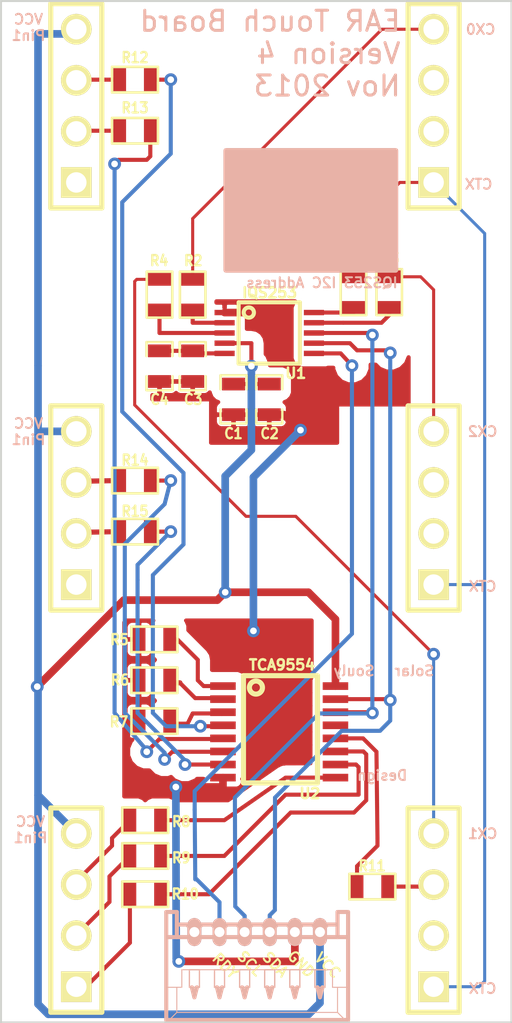
<source format=kicad_pcb>
(kicad_pcb (version 3) (host pcbnew "(2013-07-07 BZR 4022)-stable")
  (layers (15 F.Cu signal) (0 B.Cu signal) (18 B.Paste user) (19 F.Paste user) (20 B.SilkS user) (21 F.SilkS user) (22 B.Mask user) (23 F.Mask user) (28 Edge.Cuts user))
  (net 0 "")
  (net 1 /Button1LED1)
  (net 2 /Button1LED2)
  (net 3 /Button2LED1)
  (net 4 /Button2LED2)
  (net 5 /Button3LED1)
  (net 6 /Button3LED2)
  (net 7 /Button3LED3)
  (net 8 /Button3LED4)
  (net 9 /CTX)
  (net 10 /CX0)
  (net 11 /CX1)
  (net 12 /CX2)
  (net 13 /RDY/ND)
  (net 14 /SCL)
  (net 15 /SDA)
  (net 16 GND)
  (net 17 "Net-(C3-Pad1)")
  (net 18 "Net-(R1-Pad2)")
  (net 19 "Net-(R10-Pad2)")
  (net 20 "Net-(R11-Pad2)")
  (net 21 "Net-(R12-Pad2)")
  (net 22 "Net-(R13-Pad2)")
  (net 23 "Net-(R14-Pad2)")
  (net 24 "Net-(R15-Pad2)")
  (net 25 "Net-(R2-Pad1)")
  (net 26 "Net-(R3-Pad2)")
  (net 27 "Net-(R4-Pad1)")
  (net 28 "Net-(R5-Pad2)")
  (net 29 "Net-(R6-Pad2)")
  (net 30 "Net-(R7-Pad2)")
  (net 31 "Net-(R8-Pad2)")
  (net 32 "Net-(R9-Pad2)")
  (net 33 VCC)
  (module con-molex-53048-06 (layer B.Cu) (at 217.28 167.34)
    (fp_text reference P7 hide)
    (fp_text value JST-PH6 hide)
    (pad 1 thru_hole oval (at 3.1242 -1.24968) (size 0.69596 1.39446) (drill 0.49784) (layers *.Cu B.Paste B.SilkS B.Mask) (net 33 VCC))
    (pad 2 thru_hole oval (at 1.87452 -1.24968) (size 0.69596 1.39446) (drill 0.49784) (layers *.Cu B.Paste B.SilkS B.Mask) (net 16 GND))
    (pad 3 thru_hole oval (at 0.62484 -1.24968) (size 0.69596 1.39446) (drill 0.49784) (layers *.Cu B.Paste B.SilkS B.Mask) (net 15 /SDA))
    (pad 4 thru_hole oval (at -0.62484 -1.24968) (size 0.69596 1.39446) (drill 0.49784) (layers *.Cu B.Paste B.SilkS B.Mask) (net 14 /SCL))
    (pad 5 thru_hole oval (at -1.87452 -1.24968) (size 0.69596 1.39446) (drill 0.49784) (layers *.Cu B.Paste B.SilkS B.Mask) (net 13 /RDY/ND))
    (pad 6 thru_hole oval (at -3.1242 -1.24968) (size 0.69596 1.39446) (drill 0.49784) (layers *.Cu B.Paste B.SilkS B.Mask))
  )
  (module TSSOP16 (layer F.Cu) (at 218.3765 156.1338 270)
    (fp_text reference U2 (at 3.0662 -1.5235 360) (layer F.SilkS) (effects (font (size 0.508 0.508) (thickness 0.127))))
    (fp_text value TCA9554 (at -3.3274 -0.1397 360) (layer F.SilkS) (effects (font (size 0.508 0.508) (thickness 0.127))))
    (pad 1 smd rect (at -2.27584 2.79908 270) (size 0.381 1.27) (layers F.Cu F.Paste F.Mask) (net 28 "Net-(R5-Pad2)"))
    (pad 2 smd rect (at -1.6256 2.79908 270) (size 0.381 1.27) (layers F.Cu F.Paste F.Mask) (net 29 "Net-(R6-Pad2)"))
    (pad 3 smd rect (at -0.97536 2.79908 270) (size 0.381 1.27) (layers F.Cu F.Paste F.Mask) (net 30 "Net-(R7-Pad2)"))
    (pad 4 smd rect (at -0.32512 2.79908 270) (size 0.381 1.27) (layers F.Cu F.Paste F.Mask) (net 21 "Net-(R12-Pad2)"))
    (pad 5 smd rect (at 0.32512 2.79908 270) (size 0.381 1.27) (layers F.Cu F.Paste F.Mask) (net 22 "Net-(R13-Pad2)"))
    (pad 6 smd rect (at 0.97536 2.79908 270) (size 0.381 1.27) (layers F.Cu F.Paste F.Mask) (net 23 "Net-(R14-Pad2)"))
    (pad 7 smd rect (at 1.6256 2.79908 270) (size 0.381 1.27) (layers F.Cu F.Paste F.Mask) (net 24 "Net-(R15-Pad2)"))
    (pad 8 smd rect (at 2.27584 2.79908 270) (size 0.381 1.27) (layers F.Cu F.Paste F.Mask) (net 16 GND))
    (pad 9 smd rect (at 2.27584 -2.79908 270) (size 0.381 1.27) (layers F.Cu F.Paste F.Mask) (net 31 "Net-(R8-Pad2)"))
    (pad 10 smd rect (at 1.6256 -2.79908 270) (size 0.381 1.27) (layers F.Cu F.Paste F.Mask) (net 32 "Net-(R9-Pad2)"))
    (pad 11 smd rect (at 0.97536 -2.79908 270) (size 0.381 1.27) (layers F.Cu F.Paste F.Mask) (net 19 "Net-(R10-Pad2)"))
    (pad 12 smd rect (at 0.32512 -2.79908 270) (size 0.381 1.27) (layers F.Cu F.Paste F.Mask) (net 20 "Net-(R11-Pad2)"))
    (pad 13 smd rect (at -0.32512 -2.79908 270) (size 0.381 1.27) (layers F.Cu F.Paste F.Mask))
    (pad 14 smd rect (at -0.97536 -2.79908 270) (size 0.381 1.27) (layers F.Cu F.Paste F.Mask) (net 14 /SCL))
    (pad 15 smd rect (at -1.6256 -2.79908 270) (size 0.381 1.27) (layers F.Cu F.Paste F.Mask) (net 15 /SDA))
    (pad 16 smd rect (at -2.27584 -2.79908 270) (size 0.381 1.27) (layers F.Cu F.Paste F.Mask) (net 33 VCC))
  )
  (module SM0603_Capa (layer F.Cu) (at 212.4202 137.9474 270)
    (fp_text reference C4 (at 1.651 0 360) (layer F.SilkS) (effects (font (size 0.508 0.4572) (thickness 0.1143))))
    (fp_text value 100uF hide)
    (pad 1 smd rect (at -0.762 0 270) (size 0.635 1.143) (layers F.Cu F.Paste F.Mask) (net 17 "Net-(C3-Pad1)"))
    (pad 2 smd rect (at 0.762 0 270) (size 0.635 1.143) (layers F.Cu F.Paste F.Mask) (net 16 GND))
  )
  (module SM0603_Capa (layer F.Cu) (at 214.0712 137.9474 270)
    (fp_text reference C3 (at 1.6526 -0.0288 360) (layer F.SilkS) (effects (font (size 0.508 0.4572) (thickness 0.1143))))
    (fp_text value 10pF hide)
    (pad 1 smd rect (at -0.762 0 270) (size 0.635 1.143) (layers F.Cu F.Paste F.Mask) (net 17 "Net-(C3-Pad1)"))
    (pad 2 smd rect (at 0.762 0 270) (size 0.635 1.143) (layers F.Cu F.Paste F.Mask) (net 16 GND))
  )
  (module SM0603_Capa (layer F.Cu) (at 217.8812 139.5984 270)
    (fp_text reference C2 (at 1.7016 -0.0188 360) (layer F.SilkS) (effects (font (size 0.508 0.4572) (thickness 0.1143))))
    (fp_text value 100uF hide)
    (pad 1 smd rect (at -0.762 0 270) (size 0.635 1.143) (layers F.Cu F.Paste F.Mask) (net 33 VCC))
    (pad 2 smd rect (at 0.762 0 270) (size 0.635 1.143) (layers F.Cu F.Paste F.Mask) (net 16 GND))
  )
  (module SM0603_Capa (layer F.Cu) (at 216.1032 139.5984 270)
    (fp_text reference C1 (at 1.7016 0.0032 360) (layer F.SilkS) (effects (font (size 0.508 0.4572) (thickness 0.1143))))
    (fp_text value 100pF hide)
    (pad 1 smd rect (at -0.762 0 270) (size 0.635 1.143) (layers F.Cu F.Paste F.Mask) (net 33 VCC))
    (pad 2 smd rect (at 0.762 0 270) (size 0.635 1.143) (layers F.Cu F.Paste F.Mask) (net 16 GND))
  )
  (module SM0603 (layer F.Cu) (at 211.709 162.306)
    (fp_text reference R9 (at 1.791 0.094) (layer F.SilkS) (effects (font (size 0.508 0.4572) (thickness 0.1143))))
    (fp_text value R hide)
    (pad 1 smd rect (at -0.762 0) (size 0.635 1.143) (layers F.Cu F.Paste F.Mask) (net 6 /Button3LED2))
    (pad 2 smd rect (at 0.762 0) (size 0.635 1.143) (layers F.Cu F.Paste F.Mask) (net 32 "Net-(R9-Pad2)"))
  )
  (module SM0603 (layer F.Cu) (at 211.709 164.211)
    (fp_text reference R10 (at 1.991 -0.011) (layer F.SilkS) (effects (font (size 0.508 0.4572) (thickness 0.1143))))
    (fp_text value R hide)
    (pad 1 smd rect (at -0.762 0) (size 0.635 1.143) (layers F.Cu F.Paste F.Mask) (net 7 /Button3LED3))
    (pad 2 smd rect (at 0.762 0) (size 0.635 1.143) (layers F.Cu F.Paste F.Mask) (net 19 "Net-(R10-Pad2)"))
  )
  (module SM0603 (layer F.Cu) (at 214.0712 134.3914 90)
    (fp_text reference R2 (at 1.6914 0.0288 180) (layer F.SilkS) (effects (font (size 0.508 0.4572) (thickness 0.1143))))
    (fp_text value 470 hide)
    (pad 1 smd rect (at -0.762 0 90) (size 0.635 1.143) (layers F.Cu F.Paste F.Mask) (net 25 "Net-(R2-Pad1)"))
    (pad 2 smd rect (at 0.762 0 90) (size 0.635 1.143) (layers F.Cu F.Paste F.Mask) (net 10 /CX0))
  )
  (module SM0603 (layer F.Cu) (at 222.0722 134.2644 270)
    (fp_text reference R1 (at -1.6644 -0.0278 360) (layer F.SilkS) (effects (font (size 0.508 0.4572) (thickness 0.1143))))
    (fp_text value 470 hide)
    (pad 1 smd rect (at -0.762 0 270) (size 0.635 1.143) (layers F.Cu F.Paste F.Mask) (net 9 /CTX))
    (pad 2 smd rect (at 0.762 0 270) (size 0.635 1.143) (layers F.Cu F.Paste F.Mask) (net 18 "Net-(R1-Pad2)"))
  )
  (module SM0603 (layer F.Cu) (at 223.012 163.83 180)
    (fp_text reference R11 (at 0.012 1.03 180) (layer F.SilkS) (effects (font (size 0.508 0.4572) (thickness 0.1143))))
    (fp_text value R hide)
    (pad 1 smd rect (at -0.762 0 180) (size 0.635 1.143) (layers F.Cu F.Paste F.Mask) (net 8 /Button3LED4))
    (pad 2 smd rect (at 0.762 0 180) (size 0.635 1.143) (layers F.Cu F.Paste F.Mask) (net 20 "Net-(R11-Pad2)"))
  )
  (module SM0603 (layer F.Cu) (at 211.201 146.177)
    (fp_text reference R15 (at 0 -1.016) (layer F.SilkS) (effects (font (size 0.508 0.4572) (thickness 0.1143))))
    (fp_text value R hide)
    (pad 1 smd rect (at -0.762 0) (size 0.635 1.143) (layers F.Cu F.Paste F.Mask) (net 4 /Button2LED2))
    (pad 2 smd rect (at 0.762 0) (size 0.635 1.143) (layers F.Cu F.Paste F.Mask) (net 24 "Net-(R15-Pad2)"))
  )
  (module SM0603 (layer F.Cu) (at 211.201 143.637)
    (fp_text reference R14 (at 0 -1.016) (layer F.SilkS) (effects (font (size 0.508 0.4572) (thickness 0.1143))))
    (fp_text value R hide)
    (pad 1 smd rect (at -0.762 0) (size 0.635 1.143) (layers F.Cu F.Paste F.Mask) (net 3 /Button2LED1))
    (pad 2 smd rect (at 0.762 0) (size 0.635 1.143) (layers F.Cu F.Paste F.Mask) (net 23 "Net-(R14-Pad2)"))
  )
  (module SM0603 (layer F.Cu) (at 211.201 126.238)
    (fp_text reference R13 (at -0.001 -1.138) (layer F.SilkS) (effects (font (size 0.508 0.4572) (thickness 0.1143))))
    (fp_text value R hide)
    (pad 1 smd rect (at -0.762 0) (size 0.635 1.143) (layers F.Cu F.Paste F.Mask) (net 2 /Button1LED2))
    (pad 2 smd rect (at 0.762 0) (size 0.635 1.143) (layers F.Cu F.Paste F.Mask) (net 22 "Net-(R13-Pad2)"))
  )
  (module SM0603 (layer F.Cu) (at 211.201 123.698)
    (fp_text reference R12 (at -0.001 -1.098) (layer F.SilkS) (effects (font (size 0.508 0.4572) (thickness 0.1143))))
    (fp_text value R hide)
    (pad 1 smd rect (at -0.762 0) (size 0.635 1.143) (layers F.Cu F.Paste F.Mask) (net 1 /Button1LED1))
    (pad 2 smd rect (at 0.762 0) (size 0.635 1.143) (layers F.Cu F.Paste F.Mask) (net 21 "Net-(R12-Pad2)"))
  )
  (module SM0603 (layer F.Cu) (at 211.709 160.528)
    (fp_text reference R8 (at 1.791 0.072) (layer F.SilkS) (effects (font (size 0.508 0.4572) (thickness 0.1143))))
    (fp_text value R hide)
    (pad 1 smd rect (at -0.762 0) (size 0.635 1.143) (layers F.Cu F.Paste F.Mask) (net 5 /Button3LED1))
    (pad 2 smd rect (at 0.762 0) (size 0.635 1.143) (layers F.Cu F.Paste F.Mask) (net 31 "Net-(R8-Pad2)"))
  )
  (module SM0603 (layer F.Cu) (at 212.4202 134.3914 90)
    (fp_text reference R4 (at 1.6914 -0.0202 180) (layer F.SilkS) (effects (font (size 0.508 0.4572) (thickness 0.1143))))
    (fp_text value 470 hide)
    (pad 1 smd rect (at -0.762 0 90) (size 0.635 1.143) (layers F.Cu F.Paste F.Mask) (net 27 "Net-(R4-Pad1)"))
    (pad 2 smd rect (at 0.762 0 90) (size 0.635 1.143) (layers F.Cu F.Paste F.Mask) (net 11 /CX1))
  )
  (module SM0603 (layer F.Cu) (at 223.8502 134.2644 270)
    (fp_text reference R3 (at -1.6644 -0.0498 360) (layer F.SilkS) (effects (font (size 0.508 0.4572) (thickness 0.1143))))
    (fp_text value 470 hide)
    (pad 1 smd rect (at -0.762 0 270) (size 0.635 1.143) (layers F.Cu F.Paste F.Mask) (net 12 /CX2))
    (pad 2 smd rect (at 0.762 0 270) (size 0.635 1.143) (layers F.Cu F.Paste F.Mask) (net 26 "Net-(R3-Pad2)"))
  )
  (module SM0603 (layer F.Cu) (at 212.1662 155.6004)
    (fp_text reference R7 (at -1.7653 0.0381) (layer F.SilkS) (effects (font (size 0.508 0.4572) (thickness 0.1143))))
    (fp_text value 4.7k hide)
    (pad 1 smd rect (at -0.762 0) (size 0.635 1.143) (layers F.Cu F.Paste F.Mask) (net 16 GND))
    (pad 2 smd rect (at 0.762 0) (size 0.635 1.143) (layers F.Cu F.Paste F.Mask) (net 30 "Net-(R7-Pad2)"))
  )
  (module SM0603 (layer F.Cu) (at 212.1662 153.5684)
    (fp_text reference R6 (at -1.7145 -0.0127) (layer F.SilkS) (effects (font (size 0.508 0.4572) (thickness 0.1143))))
    (fp_text value 4.7k hide)
    (pad 1 smd rect (at -0.762 0) (size 0.635 1.143) (layers F.Cu F.Paste F.Mask) (net 16 GND))
    (pad 2 smd rect (at 0.762 0) (size 0.635 1.143) (layers F.Cu F.Paste F.Mask) (net 29 "Net-(R6-Pad2)"))
  )
  (module SM0603 (layer F.Cu) (at 212.1662 151.5364)
    (fp_text reference R5 (at -1.7399 0.0127) (layer F.SilkS) (effects (font (size 0.508 0.4572) (thickness 0.1143))))
    (fp_text value 4.7k hide)
    (pad 1 smd rect (at -0.762 0) (size 0.635 1.143) (layers F.Cu F.Paste F.Mask) (net 16 GND))
    (pad 2 smd rect (at 0.762 0) (size 0.635 1.143) (layers F.Cu F.Paste F.Mask) (net 28 "Net-(R5-Pad2)"))
  )
  (module PIN_ARRAY_4x1 (layer F.Cu) (at 226.06 145 90)
    (fp_text reference P4 hide)
    (fp_text value CONN_4 hide)
    (pad 1 thru_hole rect (at -3.81 0 90) (size 1.524 1.524) (drill 1.016) (layers *.Cu *.Mask F.SilkS) (net 9 /CTX))
    (pad 2 thru_hole circle (at -1.27 0 90) (size 1.524 1.524) (drill 1.016) (layers *.Cu *.Mask F.SilkS))
    (pad 3 thru_hole circle (at 1.27 0 90) (size 1.524 1.524) (drill 1.016) (layers *.Cu *.Mask F.SilkS))
    (pad 4 thru_hole circle (at 3.81 0 90) (size 1.524 1.524) (drill 1.016) (layers *.Cu *.Mask F.SilkS) (net 12 /CX2))
  )
  (module PIN_ARRAY_4x1 (layer F.Cu) (at 208.28 145 90)
    (fp_text reference P3 hide)
    (fp_text value CONN_4 hide)
    (pad 1 thru_hole rect (at -3.81 0 90) (size 1.524 1.524) (drill 1.016) (layers *.Cu *.Mask F.SilkS))
    (pad 2 thru_hole circle (at -1.27 0 90) (size 1.524 1.524) (drill 1.016) (layers *.Cu *.Mask F.SilkS) (net 4 /Button2LED2))
    (pad 3 thru_hole circle (at 1.27 0 90) (size 1.524 1.524) (drill 1.016) (layers *.Cu *.Mask F.SilkS) (net 3 /Button2LED1))
    (pad 4 thru_hole circle (at 3.81 0 90) (size 1.524 1.524) (drill 1.016) (layers *.Cu *.Mask F.SilkS) (net 33 VCC))
  )
  (module PIN_ARRAY_4x1 (layer F.Cu) (at 226.06 125 90)
    (fp_text reference P2 hide)
    (fp_text value CONN_4 hide)
    (pad 1 thru_hole rect (at -3.81 0 90) (size 1.524 1.524) (drill 1.016) (layers *.Cu *.Mask F.SilkS) (net 9 /CTX))
    (pad 2 thru_hole circle (at -1.27 0 90) (size 1.524 1.524) (drill 1.016) (layers *.Cu *.Mask F.SilkS))
    (pad 3 thru_hole circle (at 1.27 0 90) (size 1.524 1.524) (drill 1.016) (layers *.Cu *.Mask F.SilkS))
    (pad 4 thru_hole circle (at 3.81 0 90) (size 1.524 1.524) (drill 1.016) (layers *.Cu *.Mask F.SilkS) (net 10 /CX0))
  )
  (module PIN_ARRAY_4x1 (layer F.Cu) (at 208.28 125 90)
    (fp_text reference P1 hide)
    (fp_text value CONN_4 hide)
    (pad 1 thru_hole rect (at -3.81 0 90) (size 1.524 1.524) (drill 1.016) (layers *.Cu *.Mask F.SilkS))
    (pad 2 thru_hole circle (at -1.27 0 90) (size 1.524 1.524) (drill 1.016) (layers *.Cu *.Mask F.SilkS) (net 2 /Button1LED2))
    (pad 3 thru_hole circle (at 1.27 0 90) (size 1.524 1.524) (drill 1.016) (layers *.Cu *.Mask F.SilkS) (net 1 /Button1LED1))
    (pad 4 thru_hole circle (at 3.81 0 90) (size 1.524 1.524) (drill 1.016) (layers *.Cu *.Mask F.SilkS) (net 33 VCC))
  )
  (module PIN_ARRAY_4x1 (layer F.Cu) (at 226.06 165 90)
    (fp_text reference P6 hide)
    (fp_text value CONN_4 hide)
    (pad 1 thru_hole rect (at -3.81 0 90) (size 1.524 1.524) (drill 1.016) (layers *.Cu *.Mask F.SilkS) (net 9 /CTX))
    (pad 2 thru_hole circle (at -1.27 0 90) (size 1.524 1.524) (drill 1.016) (layers *.Cu *.Mask F.SilkS))
    (pad 3 thru_hole circle (at 1.27 0 90) (size 1.524 1.524) (drill 1.016) (layers *.Cu *.Mask F.SilkS) (net 8 /Button3LED4))
    (pad 4 thru_hole circle (at 3.81 0 90) (size 1.524 1.524) (drill 1.016) (layers *.Cu *.Mask F.SilkS) (net 11 /CX1))
  )
  (module PIN_ARRAY_4x1 (layer F.Cu) (at 208.28 165 90)
    (fp_text reference P5 hide)
    (fp_text value CONN_4 hide)
    (pad 1 thru_hole rect (at -3.81 0 90) (size 1.524 1.524) (drill 1.016) (layers *.Cu *.Mask F.SilkS) (net 7 /Button3LED3))
    (pad 2 thru_hole circle (at -1.27 0 90) (size 1.524 1.524) (drill 1.016) (layers *.Cu *.Mask F.SilkS) (net 6 /Button3LED2))
    (pad 3 thru_hole circle (at 1.27 0 90) (size 1.524 1.524) (drill 1.016) (layers *.Cu *.Mask F.SilkS) (net 5 /Button3LED1))
    (pad 4 thru_hole circle (at 3.81 0 90) (size 1.524 1.524) (drill 1.016) (layers *.Cu *.Mask F.SilkS) (net 33 VCC))
  )
  (module MSOP10-0.5 (layer F.Cu) (at 217.8812 136.2964 270)
    (fp_text reference U1 (at 2.0036 -1.3188 360) (layer F.SilkS) (effects (font (size 0.508 0.508) (thickness 0.127))))
    (fp_text value IQS253 (at -1.9964 -0.0188 360) (layer F.SilkS) (effects (font (size 0.508 0.508) (thickness 0.127))))
    (pad 1 smd rect (at -1.016 2.2225 270) (size 0.26924 1.00076) (layers F.Cu F.Paste F.Mask) (net 16 GND))
    (pad 2 smd rect (at -0.508 2.2225 270) (size 0.26924 1.00076) (layers F.Cu F.Paste F.Mask) (net 25 "Net-(R2-Pad1)"))
    (pad 3 smd rect (at 0 2.2225 270) (size 0.26924 1.00076) (layers F.Cu F.Paste F.Mask) (net 27 "Net-(R4-Pad1)"))
    (pad 4 smd rect (at 0.508 2.2225 270) (size 0.26924 1.00076) (layers F.Cu F.Paste F.Mask) (net 33 VCC))
    (pad 5 smd rect (at 1.016 2.2225 270) (size 0.26924 1.00076) (layers F.Cu F.Paste F.Mask) (net 17 "Net-(C3-Pad1)"))
    (pad 6 smd rect (at 1.016 -2.2225 270) (size 0.26924 1.00076) (layers F.Cu F.Paste F.Mask) (net 13 /RDY/ND))
    (pad 7 smd rect (at 0.508 -2.2225 270) (size 0.26924 1.00076) (layers F.Cu F.Paste F.Mask) (net 15 /SDA))
    (pad 8 smd rect (at 0 -2.2225 270) (size 0.26924 1.00076) (layers F.Cu F.Paste F.Mask) (net 14 /SCL))
    (pad 9 smd rect (at -0.508 -2.2225 270) (size 0.26924 1.00076) (layers F.Cu F.Paste F.Mask) (net 26 "Net-(R3-Pad2)"))
    (pad 10 smd rect (at -1.016 -2.2225 270) (size 0.26924 1.00076) (layers F.Cu F.Paste F.Mask) (net 18 "Net-(R1-Pad2)"))
  )
  (module MotherBoardFootprints:SoulyLogo (layer B.Cu) (at 220.8 152.7)
    (fp_text reference "" (at 0 0) (layer B.SilkS) (effects (font (size 1.524 1.524)) (justify mirror)))
    (fp_text value "" (at 0 0) (layer B.SilkS) (effects (font (size 1.524 1.524)) (justify mirror)))
  )
  (gr_text CTX (at 228.5 148.9) (layer B.SilkS) (effects (font (size 0.5 0.5) (thickness 0.1)) (justify mirror)))
  (gr_text CTX (at 228.3 128.9) (layer B.SilkS) (effects (font (size 0.5 0.5) (thickness 0.1)) (justify mirror)))
  (gr_text "VCC\nPin1" (at 205.9 121.1) (layer B.SilkS) (effects (font (size 0.5 0.5) (thickness 0.1)) (justify mirror)))
  (gr_text "VCC\nPin1" (at 205.9 141.2) (layer B.SilkS) (effects (font (size 0.5 0.5) (thickness 0.1)) (justify mirror)))
  (gr_text "VCC\nPin1" (at 206 161) (layer B.SilkS) (effects (font (size 0.5 0.5) (thickness 0.1)) (justify mirror)))
  (gr_text CTX (at 228.5 168.9) (layer B.SilkS) (effects (font (size 0.5 0.5) (thickness 0.1)) (justify mirror)))
  (gr_text CX1 (at 228.5 161.2) (layer B.SilkS) (effects (font (size 0.5 0.5) (thickness 0.1)) (justify mirror)))
  (gr_text CX2 (at 228.5 141.2) (layer B.SilkS) (effects (font (size 0.5 0.5) (thickness 0.1)) (justify mirror)))
  (gr_text CX0 (at 228.4 121.2) (layer B.SilkS) (effects (font (size 0.5 0.5) (thickness 0.1)) (justify mirror)))
  (gr_text "IQS253 I2C Address" (at 220.5 133.8) (layer B.SilkS) (effects (font (size 0.5 0.5) (thickness 0.1)) (justify mirror)))
  (gr_text Design (at 223.5 158.3) (layer B.SilkS) (effects (font (size 0.5 0.5) (thickness 0.1)) (justify mirror)))
  (gr_text "EAR Touch Board\nVersion 4\nNov 2013" (at 224.5 122.4) (layer B.SilkS) (effects (font (size 1 1)) (justify left mirror)))
  (gr_text Solar (at 225.1 153.1) (layer B.SilkS) (effects (font (size 0.5 0.5) (thickness 0.1)) (justify mirror)))
  (gr_text Souly (at 222.1 153.1) (layer B.SilkS) (effects (font (size 0.5 0.5) (thickness 0.1)) (justify mirror)))
  (gr_text RDY (at 215.69 167.77 315) (layer F.SilkS) (effects (font (size 0.5 0.5) (thickness 0.1))))
  (gr_text SCL (at 216.92 167.65 315) (layer F.SilkS) (effects (font (size 0.5 0.5) (thickness 0.1))))
  (gr_text SDA (at 218.18 167.7 315) (layer F.SilkS) (effects (font (size 0.5 0.5) (thickness 0.1))))
  (gr_text GND (at 219.46 167.68 315) (layer F.SilkS) (effects (font (size 0.5 0.5) (thickness 0.1))))
  (gr_text VCC (at 220.79 167.75 315) (layer F.SilkS) (effects (font (size 0.5 0.5) (thickness 0.1))))
  (gr_line (start 204.5335 119.7864) (end 204.5335 170.5864) (angle 90) (layer Edge.Cuts) (width 0.1))
  (gr_line (start 229.9335 119.7864) (end 204.5335 119.7864) (angle 90) (layer Edge.Cuts) (width 0.1))
  (gr_line (start 229.9335 170.5864) (end 229.9335 119.7864) (angle 90) (layer Edge.Cuts) (width 0.1))
  (gr_line (start 204.5335 170.5864) (end 229.9335 170.5864) (angle 90) (layer Edge.Cuts) (width 0.1))
  (segment (start 210.439 123.698) (end 208.312 123.698) (width 0.2032) (layer F.Cu) (net 1))
  (segment (start 208.312 123.698) (end 208.28 123.73) (width 0.2032) (layer F.Cu) (net 1))
  (segment (start 210.439 126.238) (end 208.312 126.238) (width 0.2032) (layer F.Cu) (net 2))
  (segment (start 208.312 126.238) (end 208.28 126.27) (width 0.2032) (layer F.Cu) (net 2))
  (segment (start 210.439 143.637) (end 208.9912 143.6624) (width 0.254) (layer F.Cu) (net 3))
  (segment (start 210.439 146.177) (end 208.9912 146.2024) (width 0.254) (layer F.Cu) (net 4))
  (segment (start 208.28 163.73) (end 208.28 163.576) (width 0.2032) (layer F.Cu) (net 5))
  (segment (start 210.058 161.417) (end 210.947 160.528) (width 0.2032) (layer F.Cu) (net 5))
  (segment (start 210.058 161.798) (end 210.058 161.417) (width 0.2032) (layer F.Cu) (net 5))
  (segment (start 208.28 163.576) (end 210.058 161.798) (width 0.2032) (layer F.Cu) (net 5))
  (segment (start 208.28 166.27) (end 208.28 166.243) (width 0.2032) (layer F.Cu) (net 6))
  (segment (start 209.931 163.322) (end 210.947 162.306) (width 0.2032) (layer F.Cu) (net 6))
  (segment (start 209.931 164.592) (end 209.931 163.322) (width 0.2032) (layer F.Cu) (net 6))
  (segment (start 208.28 166.243) (end 209.931 164.592) (width 0.2032) (layer F.Cu) (net 6))
  (segment (start 208.28 168.81) (end 208.761 168.81) (width 0.2032) (layer F.Cu) (net 7))
  (segment (start 210.947 166.624) (end 210.947 164.211) (width 0.2032) (layer F.Cu) (net 7))
  (segment (start 208.761 168.81) (end 210.947 166.624) (width 0.2032) (layer F.Cu) (net 7))
  (segment (start 223.774 163.83) (end 225.96 163.83) (width 0.2032) (layer F.Cu) (net 8))
  (segment (start 225.96 163.83) (end 226.06 163.73) (width 0.2032) (layer F.Cu) (net 8))
  (segment (start 222.0722 133.5024) (end 222.0722 131.1148) (width 0.1524) (layer F.Cu) (net 9))
  (segment (start 222.0722 131.1148) (end 224.377 128.81) (width 0.1524) (layer F.Cu) (net 9))
  (segment (start 224.377 128.81) (end 226.06 128.81) (width 0.1524) (layer F.Cu) (net 9))
  (segment (start 226.06 148.81) (end 228.6 148.81) (width 0.1524) (layer B.Cu) (net 9))
  (segment (start 226.06 168.81) (end 228.319 168.81) (width 0.1524) (layer B.Cu) (net 9))
  (segment (start 228.319 168.81) (end 228.6 168.529) (width 0.1524) (layer B.Cu) (net 9))
  (segment (start 228.6 168.529) (end 228.6 148.81) (width 0.1524) (layer B.Cu) (net 9))
  (segment (start 228.6 131.35) (end 226.06 128.81) (width 0.1524) (layer B.Cu) (net 9))
  (segment (start 228.6 148.81) (end 228.6 131.35) (width 0.1524) (layer B.Cu) (net 9))
  (segment (start 214.0712 130.8354) (end 214.0712 130.6068) (width 0.1524) (layer F.Cu) (net 10))
  (segment (start 214.0712 133.6294) (end 214.0712 130.8354) (width 0.1524) (layer F.Cu) (net 10))
  (segment (start 223.488 121.19) (end 226.06 121.19) (width 0.1524) (layer F.Cu) (net 10))
  (segment (start 214.0712 130.6068) (end 223.488 121.19) (width 0.1524) (layer F.Cu) (net 10))
  (segment (start 219.202 145.415) (end 216.72296 145.415) (width 0.1524) (layer F.Cu) (net 11))
  (via (at 226.06 152.273) (size 0.635) (layers F.Cu B.Cu) (net 11))
  (segment (start 226.06 152.273) (end 219.202 145.415) (width 0.1524) (layer F.Cu) (net 11))
  (segment (start 226.06 161.19) (end 226.06 152.273) (width 0.1524) (layer B.Cu) (net 11))
  (segment (start 216.28608 144.97812) (end 211.18576 139.8778) (width 0.1524) (layer F.Cu) (net 11))
  (segment (start 211.18576 139.8778) (end 211.18576 133.731) (width 0.1524) (layer F.Cu) (net 11))
  (segment (start 211.18576 133.731) (end 211.28736 133.6294) (width 0.1524) (layer F.Cu) (net 11))
  (segment (start 211.28736 133.6294) (end 212.4202 133.6294) (width 0.1524) (layer F.Cu) (net 11))
  (segment (start 216.72296 145.415) (end 216.28608 144.97812) (width 0.1524) (layer F.Cu) (net 11))
  (segment (start 226.06 141.19) (end 226.06 134.14756) (width 0.1524) (layer F.Cu) (net 12))
  (segment (start 226.06 134.14756) (end 225.41484 133.5024) (width 0.1524) (layer F.Cu) (net 12))
  (segment (start 225.41484 133.5024) (end 223.8502 133.5024) (width 0.1524) (layer F.Cu) (net 12))
  (segment (start 215.40548 166.09032) (end 215.40548 164.60548) (width 0.2032) (layer B.Cu) (net 13))
  (segment (start 214.199391 163.399391) (end 214.199391 163.399353) (width 0.2032) (layer B.Cu) (net 13))
  (segment (start 215.40548 164.60548) (end 214.199391 163.399391) (width 0.2032) (layer B.Cu) (net 13))
  (segment (start 214.17026 160.02) (end 214.17026 159.08274) (width 0.2032) (layer B.Cu) (net 13))
  (segment (start 221.996 151.257) (end 221.996 148.59) (width 0.2032) (layer B.Cu) (net 13))
  (segment (start 214.17026 159.08274) (end 221.996 151.257) (width 0.2032) (layer B.Cu) (net 13))
  (segment (start 214.2 163.47) (end 214.199391 163.399353) (width 0.2032) (layer B.Cu) (net 13))
  (segment (start 214.199391 163.399353) (end 214.17026 160.02) (width 0.2032) (layer B.Cu) (net 13))
  (segment (start 214.17026 160.02) (end 214.17026 159.97174) (width 0.2032) (layer B.Cu) (net 13))
  (segment (start 221.4372 137.3124) (end 220.1037 137.3124) (width 0.2032) (layer F.Cu) (net 13))
  (segment (start 221.996 148.59) (end 221.996 137.922) (width 0.2032) (layer B.Cu) (net 13))
  (via (at 221.996 137.922) (size 0.635) (layers F.Cu B.Cu) (net 13))
  (segment (start 221.996 137.922) (end 221.4372 137.3124) (width 0.2032) (layer F.Cu) (net 13))
  (segment (start 221.996 148.717) (end 221.996 148.59) (width 0.2032) (layer B.Cu) (net 13))
  (segment (start 216.65516 166.09032) (end 216.65516 165.28516) (width 0.2032) (layer B.Cu) (net 14))
  (segment (start 222.9866 155.2194) (end 223.012 155.194) (width 0.2032) (layer B.Cu) (net 14))
  (segment (start 216.19 164.82) (end 216.17178 159.40278) (width 0.2032) (layer B.Cu) (net 14))
  (segment (start 216.17178 159.40278) (end 220.35516 155.2194) (width 0.2032) (layer B.Cu) (net 14))
  (segment (start 220.35516 155.2194) (end 222.9866 155.2194) (width 0.2032) (layer B.Cu) (net 14))
  (segment (start 216.65516 165.28516) (end 216.19 164.82) (width 0.2032) (layer B.Cu) (net 14))
  (segment (start 223.012 155.194) (end 223.012 136.398) (width 0.2032) (layer B.Cu) (net 14))
  (segment (start 222.9104 136.2964) (end 220.1037 136.2964) (width 0.2032) (layer F.Cu) (net 14))
  (segment (start 223.012 136.398) (end 222.9104 136.2964) (width 0.2032) (layer F.Cu) (net 14))
  (via (at 223.012 136.398) (size 0.635) (layers F.Cu B.Cu) (net 14))
  (segment (start 222.97644 155.15844) (end 223.012 155.194) (width 0.2032) (layer F.Cu) (net 14))
  (via (at 223.012 155.194) (size 0.635) (layers F.Cu B.Cu) (net 14))
  (segment (start 222.97644 155.15844) (end 221.17558 155.15844) (width 0.2032) (layer F.Cu) (net 14))
  (segment (start 221.23654 155.2194) (end 221.17558 155.15844) (width 0.2032) (layer F.Cu) (net 14))
  (segment (start 217.90484 166.09032) (end 217.90484 165.25516) (width 0.2032) (layer B.Cu) (net 15))
  (segment (start 218.16822 159.40278) (end 221.488 156.083) (width 0.2032) (layer B.Cu) (net 15))
  (segment (start 221.488 156.083) (end 223.393 156.083) (width 0.2032) (layer B.Cu) (net 15))
  (segment (start 223.393 156.083) (end 223.901 155.575) (width 0.2032) (layer B.Cu) (net 15))
  (segment (start 223.901 155.575) (end 223.901 154.559) (width 0.2032) (layer B.Cu) (net 15))
  (segment (start 218.16 165) (end 218.16822 159.40278) (width 0.2032) (layer B.Cu) (net 15))
  (segment (start 217.90484 165.25516) (end 218.16 165) (width 0.2032) (layer B.Cu) (net 15))
  (segment (start 221.17558 154.5082) (end 223.8502 154.5082) (width 0.2032) (layer F.Cu) (net 15))
  (segment (start 221.8944 136.8044) (end 220.1037 136.8044) (width 0.2032) (layer F.Cu) (net 15))
  (segment (start 222.25 137.16) (end 221.8944 136.8044) (width 0.2032) (layer F.Cu) (net 15))
  (segment (start 223.774 137.16) (end 222.25 137.16) (width 0.2032) (layer F.Cu) (net 15))
  (segment (start 223.901 137.287) (end 223.774 137.16) (width 0.2032) (layer F.Cu) (net 15))
  (via (at 223.901 137.287) (size 0.635) (layers F.Cu B.Cu) (net 15))
  (segment (start 223.901 154.559) (end 223.901 137.287) (width 0.2032) (layer B.Cu) (net 15))
  (via (at 223.901 154.559) (size 0.635) (layers F.Cu B.Cu) (net 15))
  (segment (start 223.8502 154.5082) (end 223.901 154.559) (width 0.2032) (layer F.Cu) (net 15))
  (segment (start 213.38 167.55) (end 219.09 167.55) (width 0.381) (layer F.Cu) (net 16))
  (via (at 213.38 167.55) (size 0.635) (layers F.Cu B.Cu) (net 16))
  (segment (start 213.38 167.55) (end 213.253 167.423) (width 0.381) (layer B.Cu) (net 16))
  (segment (start 213.233 158.877) (end 213.253 167.423) (width 0.381) (layer B.Cu) (net 16))
  (via (at 213.233 158.877) (size 0.635) (layers F.Cu B.Cu) (net 16))
  (segment (start 219.15452 167.48548) (end 219.15452 166.09032) (width 0.381) (layer F.Cu) (net 16))
  (segment (start 219.09 167.55) (end 219.15452 167.48548) (width 0.381) (layer F.Cu) (net 16))
  (segment (start 215.57742 158.40964) (end 215.57742 158.83128) (width 0.381) (layer F.Cu) (net 16))
  (segment (start 215.5317 158.877) (end 213.233 158.877) (width 0.381) (layer F.Cu) (net 16))
  (segment (start 215.57742 158.83128) (end 215.5317 158.877) (width 0.381) (layer F.Cu) (net 16))
  (segment (start 211.4042 155.6004) (end 210.7692 155.6004) (width 0.381) (layer F.Cu) (net 16))
  (segment (start 211.57946 158.877) (end 213.233 158.877) (width 0.381) (layer F.Cu) (net 16))
  (segment (start 210.7692 158.06674) (end 211.57946 158.877) (width 0.381) (layer F.Cu) (net 16))
  (segment (start 210.7692 155.6004) (end 210.7692 158.06674) (width 0.381) (layer F.Cu) (net 16))
  (segment (start 217.8812 140.3604) (end 218.61272 140.3604) (width 0.381) (layer F.Cu) (net 16))
  (via (at 217.0938 151.11222) (size 0.635) (layers F.Cu B.Cu) (net 16))
  (segment (start 217.0938 143.46936) (end 217.0938 151.11222) (width 0.381) (layer B.Cu) (net 16))
  (segment (start 219.43568 141.12748) (end 217.0938 143.46936) (width 0.381) (layer B.Cu) (net 16))
  (via (at 219.43568 141.12748) (size 0.635) (layers F.Cu B.Cu) (net 16))
  (segment (start 219.3798 141.12748) (end 219.43568 141.12748) (width 0.381) (layer F.Cu) (net 16))
  (segment (start 218.61272 140.3604) (end 219.3798 141.12748) (width 0.381) (layer F.Cu) (net 16))
  (segment (start 215.6587 135.2804) (end 216.8906 135.2804) (width 0.381) (layer F.Cu) (net 16))
  (segment (start 216.8906 135.2804) (end 216.916 135.255) (width 0.381) (layer F.Cu) (net 16))
  (segment (start 215.6587 137.3124) (end 213.6902 137.3124) (width 0.2032) (layer F.Cu) (net 17))
  (segment (start 213.6902 137.3124) (end 213.5632 137.1854) (width 0.2032) (layer F.Cu) (net 17))
  (segment (start 212.4202 137.1854) (end 213.5632 137.1854) (width 0.2032) (layer F.Cu) (net 17))
  (segment (start 220.1037 135.2804) (end 222.0722 135.2804) (width 0.2032) (layer F.Cu) (net 18))
  (segment (start 213.614 164.211) (end 214.884 164.211) (width 0.2032) (layer F.Cu) (net 19))
  (segment (start 222.56496 157.10916) (end 222.7072 157.2514) (width 0.2032) (layer F.Cu) (net 19))
  (segment (start 222.7072 157.2514) (end 222.7072 159.5374) (width 0.2032) (layer F.Cu) (net 19))
  (segment (start 212.471 164.211) (end 213.614 164.211) (width 0.2032) (layer F.Cu) (net 19))
  (segment (start 222.56496 157.10916) (end 221.17558 157.10916) (width 0.2032) (layer F.Cu) (net 19))
  (segment (start 222.0976 160.147) (end 222.7072 159.5374) (width 0.2032) (layer F.Cu) (net 19))
  (segment (start 218.948 160.147) (end 222.0976 160.147) (width 0.2032) (layer F.Cu) (net 19))
  (segment (start 214.884 164.211) (end 218.948 160.147) (width 0.2032) (layer F.Cu) (net 19))
  (segment (start 223.266 161.417) (end 223.266 161.798) (width 0.2032) (layer F.Cu) (net 20))
  (segment (start 222.54972 156.45892) (end 223.2152 157.1244) (width 0.2032) (layer F.Cu) (net 20))
  (segment (start 223.2152 157.1244) (end 223.266 161.417) (width 0.2032) (layer F.Cu) (net 20))
  (segment (start 221.17558 156.45892) (end 222.54972 156.45892) (width 0.2032) (layer F.Cu) (net 20))
  (segment (start 222.25 162.814) (end 222.25 163.83) (width 0.2032) (layer F.Cu) (net 20))
  (segment (start 223.266 161.798) (end 222.25 162.814) (width 0.2032) (layer F.Cu) (net 20))
  (segment (start 214.4522 155.8544) (end 212.7504 155.8544) (width 0.2032) (layer B.Cu) (net 21))
  (segment (start 215.5317 155.8544) (end 214.4522 155.8544) (width 0.2032) (layer F.Cu) (net 21))
  (via (at 214.4522 155.8544) (size 0.635) (layers F.Cu B.Cu) (net 21))
  (segment (start 215.57742 155.80868) (end 215.5317 155.8544) (width 0.2032) (layer F.Cu) (net 21))
  (segment (start 212.979 123.698) (end 211.963 123.698) (width 0.2032) (layer F.Cu) (net 21))
  (via (at 212.979 123.698) (size 0.635) (layers F.Cu B.Cu) (net 21))
  (segment (start 212.979 127.381) (end 212.979 123.698) (width 0.2032) (layer B.Cu) (net 21))
  (segment (start 210.566 129.794) (end 212.979 127.381) (width 0.2032) (layer B.Cu) (net 21))
  (segment (start 210.566 140.208) (end 210.566 129.794) (width 0.2032) (layer B.Cu) (net 21))
  (segment (start 213.614 143.256) (end 210.566 140.208) (width 0.2032) (layer B.Cu) (net 21))
  (segment (start 213.614 146.812) (end 213.614 143.256) (width 0.2032) (layer B.Cu) (net 21))
  (segment (start 212.09 148.336) (end 213.614 146.812) (width 0.2032) (layer B.Cu) (net 21))
  (segment (start 212.09 155.194) (end 212.09 148.336) (width 0.2032) (layer B.Cu) (net 21))
  (segment (start 212.7504 155.8544) (end 212.09 155.194) (width 0.2032) (layer B.Cu) (net 21))
  (segment (start 210.185 155.194) (end 210.185 127.889) (width 0.2032) (layer B.Cu) (net 22))
  (segment (start 211.7852 157.1244) (end 211.7852 157.0482) (width 0.2032) (layer B.Cu) (net 22))
  (segment (start 215.57742 156.45892) (end 215.54694 156.4894) (width 0.2032) (layer F.Cu) (net 22))
  (via (at 211.7852 157.1244) (size 0.635) (layers F.Cu B.Cu) (net 22))
  (segment (start 212.4202 156.4894) (end 211.7852 157.1244) (width 0.2032) (layer F.Cu) (net 22))
  (segment (start 215.54694 156.4894) (end 212.4202 156.4894) (width 0.2032) (layer F.Cu) (net 22))
  (segment (start 210.3882 127.6858) (end 211.7852 127.6858) (width 0.2032) (layer F.Cu) (net 22))
  (segment (start 210.185 127.889) (end 210.3882 127.6858) (width 0.2032) (layer F.Cu) (net 22))
  (via (at 210.185 127.889) (size 0.635) (layers F.Cu B.Cu) (net 22))
  (segment (start 211.7852 157.0482) (end 210.185 155.194) (width 0.2032) (layer B.Cu) (net 22))
  (segment (start 211.7852 127.6858) (end 211.963 127.508) (width 0.2032) (layer F.Cu) (net 22))
  (segment (start 211.963 127.508) (end 211.963 126.238) (width 0.2032) (layer F.Cu) (net 22))
  (segment (start 212.6742 157.5054) (end 212.6742 157.1752) (width 0.2032) (layer B.Cu) (net 23))
  (segment (start 215.56218 157.1244) (end 213.0552 157.1244) (width 0.2032) (layer F.Cu) (net 23))
  (segment (start 213.0552 157.1244) (end 212.6742 157.5054) (width 0.2032) (layer F.Cu) (net 23))
  (via (at 212.6742 157.5054) (size 0.635) (layers F.Cu B.Cu) (net 23))
  (segment (start 212.6742 144.8054) (end 212.979 143.637) (width 0.2032) (layer B.Cu) (net 23))
  (via (at 212.979 143.637) (size 0.635) (layers F.Cu B.Cu) (net 23))
  (segment (start 211.963 143.637) (end 212.979 143.637) (width 0.2032) (layer F.Cu) (net 23))
  (segment (start 215.56218 157.1244) (end 215.57742 157.10916) (width 0.2032) (layer F.Cu) (net 23))
  (segment (start 210.693 146.7866) (end 212.6742 144.8054) (width 0.2032) (layer B.Cu) (net 23))
  (segment (start 210.693 155.194) (end 210.693 146.7866) (width 0.2032) (layer B.Cu) (net 23))
  (segment (start 212.6742 157.1752) (end 210.693 155.194) (width 0.2032) (layer B.Cu) (net 23))
  (segment (start 211.328 148.59) (end 211.328 147.828) (width 0.2032) (layer B.Cu) (net 24))
  (segment (start 212.979 146.177) (end 211.963 146.177) (width 0.2032) (layer F.Cu) (net 24))
  (via (at 212.979 146.177) (size 0.635) (layers F.Cu B.Cu) (net 24))
  (segment (start 211.328 147.828) (end 212.979 146.177) (width 0.2032) (layer B.Cu) (net 24))
  (segment (start 213.6902 157.7594) (end 213.6902 157.5562) (width 0.2032) (layer B.Cu) (net 24))
  (via (at 213.6902 157.7594) (size 0.635) (layers F.Cu B.Cu) (net 24))
  (segment (start 213.6902 157.7594) (end 215.57742 157.7594) (width 0.2032) (layer F.Cu) (net 24))
  (segment (start 211.328 155.194) (end 211.328 148.59) (width 0.2032) (layer B.Cu) (net 24))
  (segment (start 211.328 148.59) (end 211.328 148.5646) (width 0.2032) (layer B.Cu) (net 24))
  (segment (start 213.6902 157.5562) (end 211.328 155.194) (width 0.2032) (layer B.Cu) (net 24))
  (segment (start 215.2777 135.7884) (end 214.0712 135.7884) (width 0.2032) (layer F.Cu) (net 25))
  (segment (start 214.0712 135.7884) (end 214.0712 135.1534) (width 0.2032) (layer F.Cu) (net 25))
  (segment (start 223.4692 135.7884) (end 223.8502 135.4074) (width 0.2032) (layer F.Cu) (net 26))
  (segment (start 220.2942 135.7884) (end 221.5642 135.7884) (width 0.2032) (layer F.Cu) (net 26))
  (segment (start 221.5642 135.7884) (end 223.4692 135.7884) (width 0.2032) (layer F.Cu) (net 26))
  (segment (start 220.1037 135.7884) (end 220.2942 135.7884) (width 0.2032) (layer F.Cu) (net 26))
  (segment (start 223.8502 135.4074) (end 223.8502 135.0264) (width 0.2032) (layer F.Cu) (net 26))
  (segment (start 215.4047 136.2964) (end 212.4202 136.2964) (width 0.2032) (layer F.Cu) (net 27))
  (segment (start 212.4202 136.2964) (end 212.4202 135.1534) (width 0.2032) (layer F.Cu) (net 27))
  (segment (start 212.9282 151.5364) (end 213.3092 151.5364) (width 0.2032) (layer F.Cu) (net 28))
  (segment (start 214.61476 153.85796) (end 215.57742 153.85796) (width 0.2032) (layer F.Cu) (net 28))
  (segment (start 214.3252 153.5684) (end 214.61476 153.85796) (width 0.2032) (layer F.Cu) (net 28))
  (segment (start 214.3252 152.5524) (end 214.3252 153.5684) (width 0.2032) (layer F.Cu) (net 28))
  (segment (start 213.3092 151.5364) (end 214.3252 152.5524) (width 0.2032) (layer F.Cu) (net 28))
  (segment (start 215.57742 154.5082) (end 215.52662 154.4574) (width 0.254) (layer F.Cu) (net 29))
  (segment (start 213.0552 153.6954) (end 212.9282 153.5684) (width 0.254) (layer F.Cu) (net 29))
  (segment (start 213.4362 153.6954) (end 213.0552 153.6954) (width 0.254) (layer F.Cu) (net 29))
  (segment (start 214.1982 154.4574) (end 213.4362 153.6954) (width 0.2032) (layer F.Cu) (net 29))
  (segment (start 215.52662 154.4574) (end 214.1982 154.4574) (width 0.2032) (layer F.Cu) (net 29))
  (segment (start 215.57742 155.15844) (end 215.51646 155.2194) (width 0.254) (layer F.Cu) (net 30))
  (segment (start 213.0552 155.7274) (end 212.9282 155.6004) (width 0.254) (layer F.Cu) (net 30))
  (segment (start 213.8172 155.7274) (end 213.0552 155.7274) (width 0.2032) (layer F.Cu) (net 30))
  (segment (start 214.0712 155.2194) (end 213.8172 155.7274) (width 0.2032) (layer F.Cu) (net 30))
  (segment (start 215.51646 155.2194) (end 214.0712 155.2194) (width 0.2032) (layer F.Cu) (net 30))
  (segment (start 212.471 160.528) (end 215.646 160.528) (width 0.2032) (layer F.Cu) (net 31))
  (segment (start 218.693909 158.412331) (end 221.17558 158.40964) (width 0.2032) (layer F.Cu) (net 31))
  (segment (start 215.646 160.528) (end 218.693909 158.412331) (width 0.2032) (layer F.Cu) (net 31))
  (segment (start 222.3262 159.258) (end 222.3262 157.8864) (width 0.2032) (layer F.Cu) (net 32))
  (segment (start 222.1992 157.7594) (end 222.3262 157.8864) (width 0.2032) (layer F.Cu) (net 32))
  (segment (start 221.17558 157.7594) (end 222.1992 157.7594) (width 0.2032) (layer F.Cu) (net 32))
  (segment (start 218.694 159.258) (end 215.646 162.306) (width 0.2032) (layer F.Cu) (net 32))
  (segment (start 215.646 162.306) (end 212.471 162.306) (width 0.2032) (layer F.Cu) (net 32))
  (segment (start 222.3262 159.258) (end 218.694 159.258) (width 0.2032) (layer F.Cu) (net 32))
  (segment (start 206.883 170.18) (end 219.84 170.18) (width 0.381) (layer B.Cu) (net 33))
  (segment (start 206.883 170.18) (end 206.375 169.672) (width 0.381) (layer B.Cu) (net 33))
  (segment (start 206.375 159.285) (end 206.375 169.672) (width 0.381) (layer B.Cu) (net 33))
  (segment (start 220.4042 169.6158) (end 220.4042 166.09032) (width 0.381) (layer B.Cu) (net 33))
  (segment (start 219.84 170.18) (end 220.4042 169.6158) (width 0.381) (layer B.Cu) (net 33))
  (segment (start 206.375 121.42216) (end 208.04784 121.42216) (width 0.381) (layer B.Cu) (net 33))
  (segment (start 208.04784 121.42216) (end 208.28 121.19) (width 0.381) (layer B.Cu) (net 33))
  (segment (start 221.17558 153.85796) (end 221.17558 150.53564) (width 0.381) (layer F.Cu) (net 33))
  (segment (start 219.83192 149.19198) (end 215.68918 149.19198) (width 0.381) (layer F.Cu) (net 33))
  (segment (start 221.17558 150.53564) (end 219.83192 149.19198) (width 0.381) (layer F.Cu) (net 33))
  (segment (start 216.9922 137.9474) (end 216.9922 142.113) (width 0.381) (layer B.Cu) (net 33))
  (via (at 206.3369 153.8859) (size 0.635) (layers F.Cu B.Cu) (net 33))
  (segment (start 210.63966 149.58314) (end 206.3369 153.8859) (width 0.381) (layer F.Cu) (net 33))
  (segment (start 215.29802 149.58314) (end 210.63966 149.58314) (width 0.381) (layer F.Cu) (net 33))
  (segment (start 215.68918 149.19198) (end 215.29802 149.58314) (width 0.381) (layer F.Cu) (net 33))
  (via (at 215.68918 149.19198) (size 0.635) (layers F.Cu B.Cu) (net 33))
  (segment (start 215.68918 143.41602) (end 215.68918 149.19198) (width 0.381) (layer B.Cu) (net 33))
  (segment (start 216.9922 142.113) (end 215.68918 143.41602) (width 0.381) (layer B.Cu) (net 33))
  (segment (start 206.3369 153.8859) (end 206.375 153.8859) (width 0.381) (layer B.Cu) (net 33))
  (segment (start 206.375 153.8859) (end 206.3369 153.8859) (width 0.381) (layer B.Cu) (net 33))
  (segment (start 206.3369 153.8859) (end 206.375 153.8859) (width 0.381) (layer B.Cu) (net 33))
  (via (at 216.9922 137.9474) (size 0.635) (layers F.Cu B.Cu) (net 33))
  (segment (start 208.28 141.19) (end 206.536 141.19) (width 0.381) (layer B.Cu) (net 33))
  (segment (start 206.536 141.19) (end 206.375 141.351) (width 0.381) (layer B.Cu) (net 33))
  (segment (start 206.375 121.412) (end 206.375 121.42216) (width 0.381) (layer B.Cu) (net 33))
  (segment (start 206.375 121.42216) (end 206.375 137.922) (width 0.381) (layer B.Cu) (net 33))
  (segment (start 206.375 159.285) (end 208.28 161.19) (width 0.381) (layer B.Cu) (net 33))
  (segment (start 206.375 137.922) (end 206.375 141.351) (width 0.381) (layer B.Cu) (net 33))
  (segment (start 206.375 141.351) (end 206.375 153.8859) (width 0.381) (layer B.Cu) (net 33))
  (segment (start 206.375 153.8859) (end 206.375 159.285) (width 0.381) (layer B.Cu) (net 33))
  (segment (start 216.9922 136.8044) (end 216.9922 137.9474) (width 0.2032) (layer F.Cu) (net 33))
  (segment (start 216.9922 137.9474) (end 216.9922 138.8364) (width 0.2032) (layer F.Cu) (net 33))
  (segment (start 215.6587 136.8044) (end 216.9922 136.8044) (width 0.2032) (layer F.Cu) (net 33))
  (segment (start 216.1032 138.8364) (end 216.9922 138.8364) (width 0.2032) (layer F.Cu) (net 33))
  (segment (start 216.9922 138.8364) (end 217.8812 138.8364) (width 0.2032) (layer F.Cu) (net 33))
  (zone (net 16) (net_name GND) (layer F.Cu) (connect_pads (clearance 0.508)) (min_thickness 0.2032) (fill (arc_segments 16) (thermal_gap 0.254) (thermal_bridge_width 0.2286))
    (polygon (pts (xy 224.917 139.954) (xy 221.361 139.954) (xy 221.361 141.859) (xy 214.884 141.859) (xy 214.884 139.7) (xy 211.963 139.7) (xy 211.963 138.303) (xy 214.884 138.303) (xy 214.884 134.62) (xy 221.234 134.62) (xy 221.234 136.398) (xy 224.917 136.398)))
  )
  (zone (net 16) (net_name GND) (layer F.Cu) (connect_pads (clearance 0.508)) (min_thickness 0.2032) (fill (arc_segments 16) (thermal_gap 0.254) (thermal_bridge_width 0.2286))
    (polygon (pts (xy 220.091 159.639) (xy 210.566 159.639) (xy 210.566 150.495) (xy 220.091 150.495)))
  )
  (zone (net 0) (net_name "") (layer B.SilkS) (connect_pads (clearance 0.508)) (min_thickness 0.254) (fill (arc_segments 16) (thermal_gap 0.508) (thermal_bridge_width 0.508))
    (polygon (pts (xy 224.3 133.3) (xy 215.6 133.3) (xy 215.6 127.1) (xy 224.3 127.1)))
  )
)
</source>
